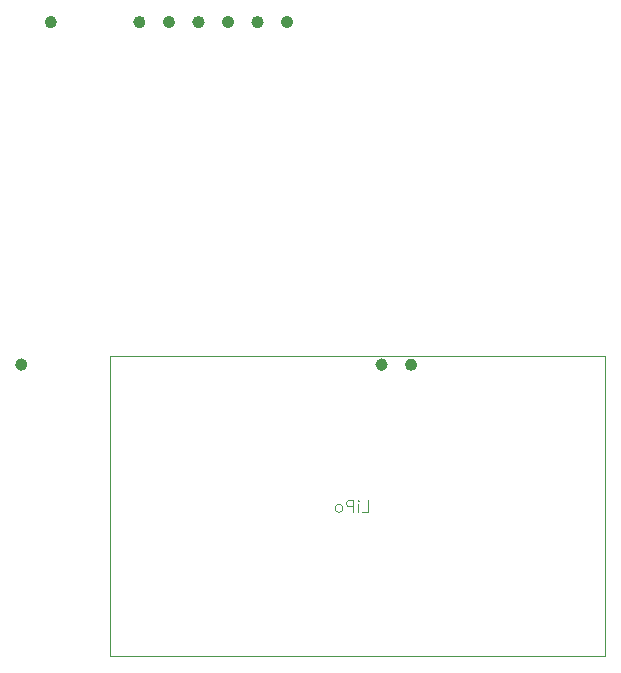
<source format=gbr>
%TF.GenerationSoftware,KiCad,Pcbnew,9.0.0*%
%TF.CreationDate,2025-05-06T12:38:54-07:00*%
%TF.ProjectId,DC33_Cnet_Badge_Main,44433333-5f43-46e6-9574-5f4261646765,rev?*%
%TF.SameCoordinates,Original*%
%TF.FileFunction,Legend,Bot*%
%TF.FilePolarity,Positive*%
%FSLAX46Y46*%
G04 Gerber Fmt 4.6, Leading zero omitted, Abs format (unit mm)*
G04 Created by KiCad (PCBNEW 9.0.0) date 2025-05-06 12:38:54*
%MOMM*%
%LPD*%
G01*
G04 APERTURE LIST*
%ADD10C,0.550000*%
%ADD11C,0.100000*%
G04 APERTURE END LIST*
D10*
X139275000Y-53500000D02*
G75*
G02*
X138725000Y-53500000I-275000J0D01*
G01*
X138725000Y-53500000D02*
G75*
G02*
X139275000Y-53500000I275000J0D01*
G01*
X124275000Y-82500000D02*
G75*
G02*
X123725000Y-82500000I-275000J0D01*
G01*
X123725000Y-82500000D02*
G75*
G02*
X124275000Y-82500000I275000J0D01*
G01*
X134275000Y-53500000D02*
G75*
G02*
X133725000Y-53500000I-275000J0D01*
G01*
X133725000Y-53500000D02*
G75*
G02*
X134275000Y-53500000I275000J0D01*
G01*
X154775000Y-82500000D02*
G75*
G02*
X154225000Y-82500000I-275000J0D01*
G01*
X154225000Y-82500000D02*
G75*
G02*
X154775000Y-82500000I275000J0D01*
G01*
X141775000Y-53500000D02*
G75*
G02*
X141225000Y-53500000I-275000J0D01*
G01*
X141225000Y-53500000D02*
G75*
G02*
X141775000Y-53500000I275000J0D01*
G01*
X146775000Y-53500000D02*
G75*
G02*
X146225000Y-53500000I-275000J0D01*
G01*
X146225000Y-53500000D02*
G75*
G02*
X146775000Y-53500000I275000J0D01*
G01*
X126775000Y-53500000D02*
G75*
G02*
X126225000Y-53500000I-275000J0D01*
G01*
X126225000Y-53500000D02*
G75*
G02*
X126775000Y-53500000I275000J0D01*
G01*
X157275000Y-82500000D02*
G75*
G02*
X156725000Y-82500000I-275000J0D01*
G01*
X156725000Y-82500000D02*
G75*
G02*
X157275000Y-82500000I275000J0D01*
G01*
X136775000Y-53500000D02*
G75*
G02*
X136225000Y-53500000I-275000J0D01*
G01*
X136225000Y-53500000D02*
G75*
G02*
X136775000Y-53500000I275000J0D01*
G01*
X144275000Y-53500000D02*
G75*
G02*
X143725000Y-53500000I-275000J0D01*
G01*
X143725000Y-53500000D02*
G75*
G02*
X144275000Y-53500000I275000J0D01*
G01*
D11*
X152880952Y-94957419D02*
X153357142Y-94957419D01*
X153357142Y-94957419D02*
X153357142Y-93957419D01*
X152547618Y-94957419D02*
X152547618Y-94290752D01*
X152547618Y-93957419D02*
X152595237Y-94005038D01*
X152595237Y-94005038D02*
X152547618Y-94052657D01*
X152547618Y-94052657D02*
X152499999Y-94005038D01*
X152499999Y-94005038D02*
X152547618Y-93957419D01*
X152547618Y-93957419D02*
X152547618Y-94052657D01*
X152071428Y-94957419D02*
X152071428Y-93957419D01*
X152071428Y-93957419D02*
X151690476Y-93957419D01*
X151690476Y-93957419D02*
X151595238Y-94005038D01*
X151595238Y-94005038D02*
X151547619Y-94052657D01*
X151547619Y-94052657D02*
X151500000Y-94147895D01*
X151500000Y-94147895D02*
X151500000Y-94290752D01*
X151500000Y-94290752D02*
X151547619Y-94385990D01*
X151547619Y-94385990D02*
X151595238Y-94433609D01*
X151595238Y-94433609D02*
X151690476Y-94481228D01*
X151690476Y-94481228D02*
X152071428Y-94481228D01*
X150928571Y-94957419D02*
X151023809Y-94909800D01*
X151023809Y-94909800D02*
X151071428Y-94862180D01*
X151071428Y-94862180D02*
X151119047Y-94766942D01*
X151119047Y-94766942D02*
X151119047Y-94481228D01*
X151119047Y-94481228D02*
X151071428Y-94385990D01*
X151071428Y-94385990D02*
X151023809Y-94338371D01*
X151023809Y-94338371D02*
X150928571Y-94290752D01*
X150928571Y-94290752D02*
X150785714Y-94290752D01*
X150785714Y-94290752D02*
X150690476Y-94338371D01*
X150690476Y-94338371D02*
X150642857Y-94385990D01*
X150642857Y-94385990D02*
X150595238Y-94481228D01*
X150595238Y-94481228D02*
X150595238Y-94766942D01*
X150595238Y-94766942D02*
X150642857Y-94862180D01*
X150642857Y-94862180D02*
X150690476Y-94909800D01*
X150690476Y-94909800D02*
X150785714Y-94957419D01*
X150785714Y-94957419D02*
X150928571Y-94957419D01*
%TO.C,LiPo*%
X131545000Y-81800000D02*
X173455000Y-81800000D01*
X173455000Y-107200000D01*
X131545000Y-107200000D01*
X131545000Y-81800000D01*
%TD*%
M02*

</source>
